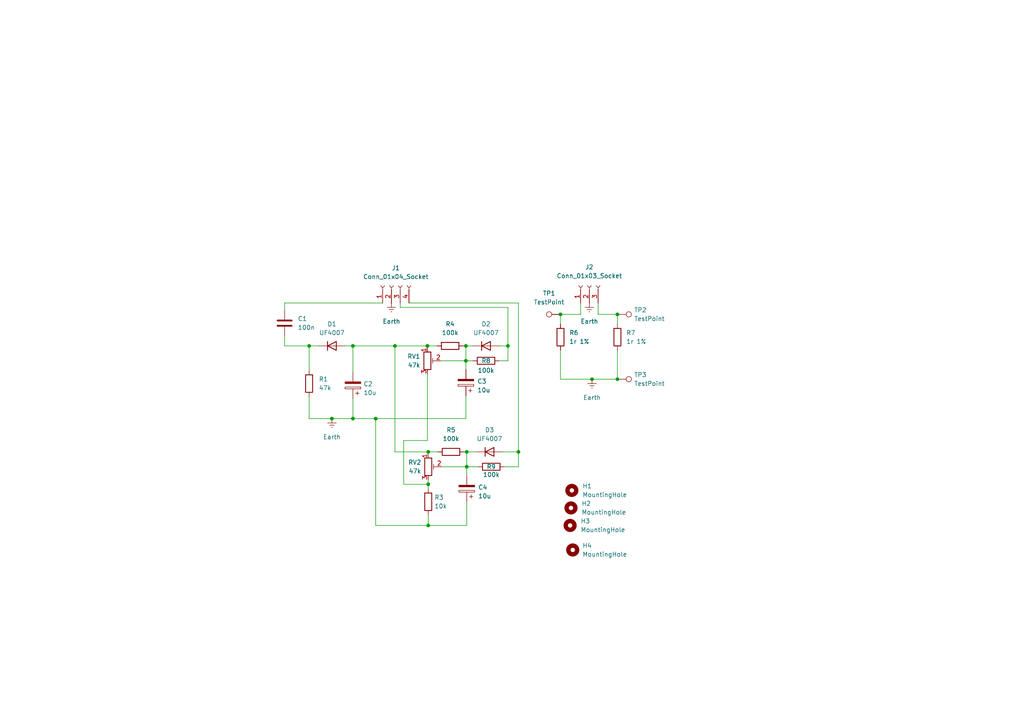
<source format=kicad_sch>
(kicad_sch (version 20231120) (generator "eeschema") (generator_version "8.0")
  (paper "A4")
  (lib_symbols
    (symbol "Connector:Conn_01x03_Socket" (pin_names (offset 1.016) hide)
      (property "Reference" "J" (at 0 5.08 0))
      (property "Value" "Conn_01x03_Socket" (at 0 -5.08 0))
      (symbol "Conn_01x03_Socket_1_1"
        (arc (start 0 -2.032) (mid -0.5058 -2.54) (end 0 -3.048) (stroke (width 0.1524)))
        (polyline (pts (xy -1.27 -2.54) (xy -0.508 -2.54)) (stroke (width 0.1524)))
        (polyline (pts (xy -1.27 0) (xy -0.508 0)) (stroke (width 0.1524)))
        (polyline (pts (xy -1.27 2.54) (xy -0.508 2.54)) (stroke (width 0.1524)))
        (arc (start 0 0.508) (mid -0.5058 0) (end 0 -0.508) (stroke (width 0.1524)))
        (arc (start 0 3.048) (mid -0.5058 2.54) (end 0 2.032) (stroke (width 0.1524)))
        (pin passive line (at -5.08 2.54 0) (length 3.81) (name "Pin_1") (number "1"))
        (pin passive line (at -5.08 0 0) (length 3.81) (name "Pin_2") (number "2"))
        (pin passive line (at -5.08 -2.54 0) (length 3.81) (name "Pin_3") (number "3"))
      )
    )
    (symbol "Connector:Conn_01x04_Socket" (pin_names (offset 1.016) hide)
      (property "Reference" "J" (at 0 5.08 0))
      (property "Value" "Conn_01x04_Socket" (at 0 -7.62 0))
      (symbol "Conn_01x04_Socket_1_1"
        (arc (start 0 -4.572) (mid -0.5058 -5.08) (end 0 -5.588) (stroke (width 0.1524)))
        (arc (start 0 -2.032) (mid -0.5058 -2.54) (end 0 -3.048) (stroke (width 0.1524)))
        (polyline (pts (xy -1.27 -5.08) (xy -0.508 -5.08)) (stroke (width 0.1524)))
        (polyline (pts (xy -1.27 -2.54) (xy -0.508 -2.54)) (stroke (width 0.1524)))
        (polyline (pts (xy -1.27 0) (xy -0.508 0)) (stroke (width 0.1524)))
        (polyline (pts (xy -1.27 2.54) (xy -0.508 2.54)) (stroke (width 0.1524)))
        (arc (start 0 0.508) (mid -0.5058 0) (end 0 -0.508) (stroke (width 0.1524)))
        (arc (start 0 3.048) (mid -0.5058 2.54) (end 0 2.032) (stroke (width 0.1524)))
        (pin passive line (at -5.08 2.54 0) (length 3.81) (name "Pin_1") (number "1"))
        (pin passive line (at -5.08 0 0) (length 3.81) (name "Pin_2") (number "2"))
        (pin passive line (at -5.08 -2.54 0) (length 3.81) (name "Pin_3") (number "3"))
        (pin passive line (at -5.08 -5.08 0) (length 3.81) (name "Pin_4") (number "4"))
      )
    )
    (symbol "Connector:TestPoint" (pin_numbers hide) (pin_names (offset 0.762) hide)
      (property "Reference" "TP" (at 0 6.858 0))
      (property "Value" "TestPoint" (at 0 5.08 0))
      (symbol "TestPoint_0_1"
        (circle (center 0 3.302) (radius 0.762))
      )
      (symbol "TestPoint_1_1"
        (pin passive line (at 0 0 90) (length 2.54) (name "1") (number "1"))
      )
    )
    (symbol "Device:C" (pin_numbers hide) (pin_names (offset 0.254))
      (property "Reference" "C" (at 0.635 2.54 0))
      (property "Value" "C" (at 0.635 -2.54 0))
      (symbol "C_0_1"
        (polyline (pts (xy -2.032 -0.762) (xy 2.032 -0.762)) (stroke (width 0.508)))
        (polyline (pts (xy -2.032 0.762) (xy 2.032 0.762)) (stroke (width 0.508)))
      )
      (symbol "C_1_1"
        (pin passive line (at 0 3.81 270) (length 2.794) (name "~") (number "1"))
        (pin passive line (at 0 -3.81 90) (length 2.794) (name "~") (number "2"))
      )
    )
    (symbol "Device:C_Polarized" (pin_numbers hide) (pin_names (offset 0.254))
      (property "Reference" "C" (at 0.635 2.54 0))
      (property "Value" "C_Polarized" (at 0.635 -2.54 0))
      (symbol "C_Polarized_0_1"
        (rectangle (start -2.286 0.508) (end 2.286 1.016))
        (polyline (pts (xy -1.778 2.286) (xy -0.762 2.286)))
        (polyline (pts (xy -1.27 2.794) (xy -1.27 1.778)))
        (rectangle (start 2.286 -0.508) (end -2.286 -1.016) (fill (type outline)))
      )
      (symbol "C_Polarized_1_1"
        (pin passive line (at 0 3.81 270) (length 2.794) (name "~") (number "1"))
        (pin passive line (at 0 -3.81 90) (length 2.794) (name "~") (number "2"))
      )
    )
    (symbol "Device:D" (pin_numbers hide) (pin_names (offset 1.016) hide)
      (property "Reference" "D" (at 0 2.54 0))
      (property "Value" "D" (at 0 -2.54 0))
      (symbol "D_0_1"
        (polyline (pts (xy -1.27 1.27) (xy -1.27 -1.27)) (stroke (width 0.254)))
        (polyline (pts (xy 1.27 0) (xy -1.27 0)))
        (polyline (pts (xy 1.27 1.27) (xy 1.27 -1.27) (xy -1.27 0) (xy 1.27 1.27)) (stroke (width 0.254)))
      )
      (symbol "D_1_1"
        (pin passive line (at -3.81 0 0) (length 2.54) (name "K") (number "1"))
        (pin passive line (at 3.81 0 180) (length 2.54) (name "A") (number "2"))
      )
    )
    (symbol "Device:R" (pin_numbers hide) (pin_names (offset 0))
      (property "Reference" "R" (at 2.032 0 90))
      (property "Value" "R" (at 0 0 90))
      (symbol "R_0_1"
        (rectangle (start -1.016 -2.54) (end 1.016 2.54) (stroke (width 0.254)))
      )
      (symbol "R_1_1"
        (pin passive line (at 0 3.81 270) (length 1.27) (name "~") (number "1"))
        (pin passive line (at 0 -3.81 90) (length 1.27) (name "~") (number "2"))
      )
    )
    (symbol "Device:R_Potentiometer_Trim" (pin_names (offset 1.016) hide)
      (property "Reference" "RV" (at -4.445 0 90))
      (property "Value" "R_Potentiometer_Trim" (at -2.54 0 90))
      (symbol "R_Potentiometer_Trim_0_1"
        (polyline (pts (xy 1.524 0.762) (xy 1.524 -0.762)))
        (polyline (pts (xy 2.54 0) (xy 1.524 0)))
        (rectangle (start 1.016 2.54) (end -1.016 -2.54) (stroke (width 0.254)))
      )
      (symbol "R_Potentiometer_Trim_1_1"
        (pin passive line (at 0 3.81 270) (length 1.27) (name "1") (number "1"))
        (pin passive line (at 3.81 0 180) (length 1.27) (name "2") (number "2"))
        (pin passive line (at 0 -3.81 90) (length 1.27) (name "3") (number "3"))
      )
    )
    (symbol "Mechanical:MountingHole" (pin_names (offset 1.016)) (exclude_from_sim yes) (in_bom no)
      (property "Reference" "H" (at 0 5.08 0))
      (property "Value" "MountingHole" (at 0 3.175 0))
      (symbol "MountingHole_0_1"
        (circle (center 0 0) (radius 1.27) (stroke (width 1.27)))
      )
    )
    (symbol "power:Earth" (power) (pin_numbers hide) (pin_names (offset 0) hide)
      (property "Value" "Earth" (at 0 -3.81 0))
      (symbol "Earth_0_1"
        (polyline (pts (xy -0.635 -1.905) (xy 0.635 -1.905)))
        (polyline (pts (xy -0.127 -2.54) (xy 0.127 -2.54)))
        (polyline (pts (xy 0 -1.27) (xy 0 0)))
        (polyline (pts (xy 1.27 -1.27) (xy -1.27 -1.27)))
      )
      (symbol "Earth_1_1"
        (pin power_in line (at 0 0 270) (length 0) (name "~") (number "1"))
      )
    )
  )
  (junction (at 135.128 104.648))
  (junction (at 102.362 100.33))
  (junction (at 108.966 121.412))
  (junction (at 135.128 100.33))
  (junction (at 171.704 109.982))
  (junction (at 114.554 100.33))
  (junction (at 179.07 91.186))
  (junction (at 96.266 121.412))
  (junction (at 89.662 100.33))
  (junction (at 124.206 152.4))
  (junction (at 123.952 100.33))
  (junction (at 124.206 131.064))
  (junction (at 135.382 135.382))
  (junction (at 162.56 91.186))
  (junction (at 147.32 100.33))
  (junction (at 135.382 131.064))
  (junction (at 150.368 131.064))
  (junction (at 102.362 121.412))
  (junction (at 179.07 109.982))
  (junction (at 124.206 140.462))
  (wire (pts (xy 135.128 100.33) (xy 137.16 100.33)))
  (wire (pts (xy 102.362 100.33) (xy 114.554 100.33)))
  (wire (pts (xy 144.78 104.648) (xy 147.32 104.648)))
  (wire (pts (xy 135.382 131.064) (xy 135.382 135.382)))
  (wire (pts (xy 147.32 100.33) (xy 147.32 89.154)))
  (wire (pts (xy 150.368 131.064) (xy 150.368 87.884)))
  (wire (pts (xy 82.55 87.884) (xy 82.55 89.916)))
  (wire (pts (xy 102.362 121.412) (xy 108.966 121.412)))
  (wire (pts (xy 100.076 100.33) (xy 102.362 100.33)))
  (wire (pts (xy 179.07 101.6) (xy 179.07 109.982)))
  (wire (pts (xy 171.704 109.982) (xy 179.07 109.982)))
  (wire (pts (xy 123.952 100.33) (xy 123.952 100.838)))
  (wire (pts (xy 150.368 135.382) (xy 146.304 135.382)))
  (wire (pts (xy 89.662 121.412) (xy 96.266 121.412)))
  (wire (pts (xy 123.952 100.33) (xy 126.746 100.33)))
  (wire (pts (xy 102.362 100.33) (xy 102.362 107.95)))
  (wire (pts (xy 123.952 108.458) (xy 123.952 127.762)))
  (wire (pts (xy 89.662 100.33) (xy 89.662 107.442)))
  (wire (pts (xy 82.55 97.536) (xy 82.55 100.33)))
  (wire (pts (xy 96.266 121.412) (xy 102.362 121.412)))
  (wire (pts (xy 114.554 100.33) (xy 114.554 131.064)))
  (wire (pts (xy 135.128 100.33) (xy 135.128 104.648)))
  (wire (pts (xy 135.128 121.412) (xy 135.128 114.808)))
  (wire (pts (xy 135.382 135.382) (xy 138.684 135.382)))
  (wire (pts (xy 144.78 100.33) (xy 147.32 100.33)))
  (wire (pts (xy 117.094 127.762) (xy 117.094 140.462)))
  (wire (pts (xy 114.554 100.33) (xy 123.952 100.33)))
  (wire (pts (xy 124.206 152.4) (xy 108.966 152.4)))
  (wire (pts (xy 124.206 152.4) (xy 124.206 149.352)))
  (wire (pts (xy 147.32 104.648) (xy 147.32 100.33)))
  (wire (pts (xy 135.382 145.542) (xy 135.382 152.4)))
  (wire (pts (xy 162.56 91.186) (xy 162.56 93.98)))
  (wire (pts (xy 162.56 109.982) (xy 171.704 109.982)))
  (wire (pts (xy 128.016 135.382) (xy 135.382 135.382)))
  (wire (pts (xy 124.206 140.462) (xy 124.206 141.732)))
  (wire (pts (xy 124.206 131.064) (xy 127 131.064)))
  (wire (pts (xy 179.07 91.186) (xy 179.07 93.98)))
  (wire (pts (xy 134.366 100.33) (xy 135.128 100.33)))
  (wire (pts (xy 127.762 104.648) (xy 135.128 104.648)))
  (wire (pts (xy 123.952 127.762) (xy 117.094 127.762)))
  (wire (pts (xy 108.966 152.4) (xy 108.966 121.412)))
  (wire (pts (xy 116.078 87.884) (xy 116.078 89.154)))
  (wire (pts (xy 124.206 131.064) (xy 124.206 131.572)))
  (wire (pts (xy 108.966 121.412) (xy 135.128 121.412)))
  (wire (pts (xy 135.382 135.382) (xy 135.382 137.922)))
  (wire (pts (xy 135.128 104.648) (xy 135.128 107.188)))
  (wire (pts (xy 89.662 100.33) (xy 92.456 100.33)))
  (wire (pts (xy 102.362 115.57) (xy 102.362 121.412)))
  (wire (pts (xy 150.368 131.064) (xy 150.368 135.382)))
  (wire (pts (xy 135.382 131.064) (xy 138.176 131.064)))
  (wire (pts (xy 173.482 91.186) (xy 179.07 91.186)))
  (wire (pts (xy 114.554 131.064) (xy 124.206 131.064)))
  (wire (pts (xy 162.56 101.6) (xy 162.56 109.982)))
  (wire (pts (xy 135.128 104.648) (xy 137.16 104.648)))
  (wire (pts (xy 168.402 91.186) (xy 162.56 91.186)))
  (wire (pts (xy 82.55 100.33) (xy 89.662 100.33)))
  (wire (pts (xy 134.62 131.064) (xy 135.382 131.064)))
  (wire (pts (xy 116.078 89.154) (xy 147.32 89.154)))
  (wire (pts (xy 118.618 87.884) (xy 150.368 87.884)))
  (wire (pts (xy 117.094 140.462) (xy 124.206 140.462)))
  (wire (pts (xy 168.402 87.884) (xy 168.402 91.186)))
  (wire (pts (xy 145.796 131.064) (xy 150.368 131.064)))
  (wire (pts (xy 82.55 87.884) (xy 110.998 87.884)))
  (wire (pts (xy 173.482 87.884) (xy 173.482 91.186)))
  (wire (pts (xy 89.662 115.062) (xy 89.662 121.412)))
  (wire (pts (xy 124.206 139.192) (xy 124.206 140.462)))
  (wire (pts (xy 135.382 152.4) (xy 124.206 152.4)))
  (symbol (lib_id "Mechanical:MountingHole") (at 165.608 147.32 0) (unit 1) (exclude_from_sim yes) (in_bom no)
    (property "Reference" "H2" (at 168.656 146.0499 0) (effects (justify left)))
    (property "Value" "MountingHole" (at 168.656 148.5899 0) (effects (justify left)))
    (property "Footprint" "MountingHole:MountingHole_3.2mm_M3" (effects (hide yes)))
    (property "Description" "Mounting Hole without connection" (effects (hide yes)))
  )
  (symbol (lib_id "Device:R_Potentiometer_Trim") (at 123.952 104.648 0) (unit 1)
    (property "Reference" "RV1" (at 121.92 103.3779 0) (effects (justify right)))
    (property "Value" "47k" (at 121.92 105.9179 0) (effects (justify right)))
    (property "Footprint" "Potentiometer_THT:Potentiometer_Bourns_3339P_Vertical" (effects (hide yes)))
    (property "Description" "Trim-potentiometer" (effects (hide yes)))
  )
  (symbol (lib_id "Device:R") (at 179.07 97.79 0) (unit 1)
    (property "Reference" "R7" (at 181.61 96.5199 0) (effects (justify left)))
    (property "Value" "1r 1%" (at 181.61 99.0599 0) (effects (justify left)))
    (property "Footprint" "Resistor_THT:R_Axial_DIN0309_L9.0mm_D3.2mm_P2.54mm_Vertical" (effects (hide yes)))
    (property "Description" "Resistor" (effects (hide yes)))
  )
  (symbol (lib_id "Device:R") (at 142.494 135.382 90) (unit 1)
    (property "Reference" "R9" (at 142.494 135.382 90))
    (property "Value" "100k" (at 142.494 137.668 90))
    (property "Footprint" "Resistor_THT:R_Axial_DIN0309_L9.0mm_D3.2mm_P2.54mm_Vertical" (effects (hide yes)))
    (property "Description" "Resistor" (effects (hide yes)))
  )
  (symbol (lib_id "Device:C_Polarized") (at 102.362 111.76 180) (unit 1)
    (property "Reference" "C2" (at 105.41 111.3789 0) (effects (justify right)))
    (property "Value" "10u" (at 105.41 113.9189 0) (effects (justify right)))
    (property "Footprint" "Capacitor_THT:CP_Radial_D5.0mm_P2.50mm" (effects (hide yes)))
    (property "Description" "Polarized capacitor" (effects (hide yes)))
  )
  (symbol (lib_id "Connector:TestPoint") (at 179.07 109.982 270) (unit 1)
    (property "Reference" "TP3" (at 183.896 108.7119 90) (effects (justify left)))
    (property "Value" "TestPoint" (at 183.896 111.2519 90) (effects (justify left)))
    (property "Footprint" "TestPoint:TestPoint_Keystone_5005-5009_Compact" (effects (hide yes)))
    (property "Description" "test point" (effects (hide yes)))
  )
  (symbol (lib_id "Device:C_Polarized") (at 135.382 141.732 180) (unit 1)
    (property "Reference" "C4" (at 138.684 141.3509 0) (effects (justify right)))
    (property "Value" "10u" (at 138.684 143.8909 0) (effects (justify right)))
    (property "Footprint" "Capacitor_THT:CP_Radial_D5.0mm_P2.50mm" (effects (hide yes)))
    (property "Description" "Polarized capacitor" (effects (hide yes)))
  )
  (symbol (lib_id "Connector:TestPoint") (at 162.56 91.186 90) (unit 1)
    (property "Reference" "TP1" (at 159.258 85.09 90))
    (property "Value" "TestPoint" (at 159.258 87.63 90))
    (property "Footprint" "TestPoint:TestPoint_Keystone_5005-5009_Compact" (effects (hide yes)))
    (property "Description" "test point" (effects (hide yes)))
  )
  (symbol (lib_id "Mechanical:MountingHole") (at 166.116 159.512 0) (unit 1) (exclude_from_sim yes) (in_bom no)
    (property "Reference" "H4" (at 168.91 158.2419 0) (effects (justify left)))
    (property "Value" "MountingHole" (at 168.91 160.7819 0) (effects (justify left)))
    (property "Footprint" "MountingHole:MountingHole_3.2mm_M3" (effects (hide yes)))
    (property "Description" "Mounting Hole without connection" (effects (hide yes)))
  )
  (symbol (lib_id "power:Earth") (at 171.704 109.982 0) (unit 1)
    (property "Reference" "#PWR04" (effects (hide yes)))
    (property "Value" "Earth" (at 171.704 115.316 0))
    (property "Description" "Power symbol creates a global label with name \"Earth\"" (effects (hide yes)))
  )
  (symbol (lib_id "Mechanical:MountingHole") (at 165.862 142.24 0) (unit 1) (exclude_from_sim yes) (in_bom no)
    (property "Reference" "H1" (at 168.91 140.9699 0) (effects (justify left)))
    (property "Value" "MountingHole" (at 168.91 143.5099 0) (effects (justify left)))
    (property "Footprint" "MountingHole:MountingHole_3.2mm_M3" (effects (hide yes)))
    (property "Description" "Mounting Hole without connection" (effects (hide yes)))
  )
  (symbol (lib_id "Device:R_Potentiometer_Trim") (at 124.206 135.382 0) (unit 1)
    (property "Reference" "RV2" (at 122.174 134.1119 0) (effects (justify right)))
    (property "Value" "47k" (at 122.174 136.6519 0) (effects (justify right)))
    (property "Footprint" "Potentiometer_THT:Potentiometer_Bourns_3339P_Vertical" (effects (hide yes)))
    (property "Description" "Trim-potentiometer" (effects (hide yes)))
  )
  (symbol (lib_id "Device:D") (at 96.266 100.33 0) (unit 1)
    (property "Reference" "D1" (at 96.266 93.98 0))
    (property "Value" "UF4007" (at 96.266 96.52 0))
    (property "Footprint" "Diode_THT:D_DO-35_SOD27_P3.81mm_Vertical_AnodeUp" (effects (hide yes)))
    (property "Description" "Diode" (effects (hide yes)))
    (property "Sim.Device" "D" (effects (hide yes)))
    (property "Sim.Pins" "1=K 2=A" (effects (hide yes)))
  )
  (symbol (lib_id "Connector:TestPoint") (at 179.07 91.186 270) (unit 1)
    (property "Reference" "TP2" (at 183.896 89.9159 90) (effects (justify left)))
    (property "Value" "TestPoint" (at 183.896 92.4559 90) (effects (justify left)))
    (property "Footprint" "TestPoint:TestPoint_Keystone_5005-5009_Compact" (effects (hide yes)))
    (property "Description" "test point" (effects (hide yes)))
  )
  (symbol (lib_id "Mechanical:MountingHole") (at 165.354 152.4 0) (unit 1) (exclude_from_sim yes) (in_bom no)
    (property "Reference" "H3" (at 168.402 151.1299 0) (effects (justify left)))
    (property "Value" "MountingHole" (at 168.402 153.6699 0) (effects (justify left)))
    (property "Footprint" "MountingHole:MountingHole_3.2mm_M3" (effects (hide yes)))
    (property "Description" "Mounting Hole without connection" (effects (hide yes)))
  )
  (symbol (lib_id "Device:D") (at 140.97 100.33 0) (unit 1)
    (property "Reference" "D2" (at 140.97 93.98 0))
    (property "Value" "UF4007" (at 140.97 96.52 0))
    (property "Footprint" "Diode_THT:D_DO-35_SOD27_P3.81mm_Vertical_AnodeUp" (effects (hide yes)))
    (property "Description" "Diode" (effects (hide yes)))
    (property "Sim.Device" "D" (effects (hide yes)))
    (property "Sim.Pins" "1=K 2=A" (effects (hide yes)))
  )
  (symbol (lib_id "Device:R") (at 130.556 100.33 90) (unit 1)
    (property "Reference" "R4" (at 130.556 93.98 90))
    (property "Value" "100k" (at 130.556 96.52 90))
    (property "Footprint" "Resistor_THT:R_Axial_DIN0309_L9.0mm_D3.2mm_P2.54mm_Vertical" (effects (hide yes)))
    (property "Description" "Resistor" (effects (hide yes)))
  )
  (symbol (lib_id "Device:D") (at 141.986 131.064 0) (unit 1)
    (property "Reference" "D3" (at 141.986 124.714 0))
    (property "Value" "UF4007" (at 141.986 127.254 0))
    (property "Footprint" "Diode_THT:D_DO-35_SOD27_P3.81mm_Vertical_AnodeUp" (effects (hide yes)))
    (property "Description" "Diode" (effects (hide yes)))
    (property "Sim.Device" "D" (effects (hide yes)))
    (property "Sim.Pins" "1=K 2=A" (effects (hide yes)))
  )
  (symbol (lib_id "Device:R") (at 162.56 97.79 0) (unit 1)
    (property "Reference" "R6" (at 165.1 96.5199 0) (effects (justify left)))
    (property "Value" "1r 1%" (at 165.1 99.0599 0) (effects (justify left)))
    (property "Footprint" "Resistor_THT:R_Axial_DIN0309_L9.0mm_D3.2mm_P2.54mm_Vertical" (effects (hide yes)))
    (property "Description" "Resistor" (effects (hide yes)))
  )
  (symbol (lib_id "power:Earth") (at 96.266 121.412 0) (unit 1)
    (property "Reference" "#PWR01" (effects (hide yes)))
    (property "Value" "Earth" (at 96.266 126.746 0))
    (property "Description" "Power symbol creates a global label with name \"Earth\"" (effects (hide yes)))
  )
  (symbol (lib_id "Device:C") (at 82.55 93.726 0) (unit 1)
    (property "Reference" "C1" (at 86.36 92.4559 0) (effects (justify left)))
    (property "Value" "100n" (at 86.36 94.9959 0) (effects (justify left)))
    (property "Footprint" "Capacitor_THT:C_Axial_L17.0mm_D7.0mm_P25.00mm_Horizontal" (effects (hide yes)))
    (property "Description" "Unpolarized capacitor" (effects (hide yes)))
  )
  (symbol (lib_id "Device:R") (at 140.97 104.648 90) (unit 1)
    (property "Reference" "R8" (at 140.97 104.648 90))
    (property "Value" "100k" (at 140.97 107.442 90))
    (property "Footprint" "Resistor_THT:R_Axial_DIN0309_L9.0mm_D3.2mm_P2.54mm_Vertical" (effects (hide yes)))
    (property "Description" "Resistor" (effects (hide yes)))
  )
  (symbol (lib_id "power:Earth") (at 113.538 87.884 0) (unit 1)
    (property "Reference" "#PWR02" (effects (hide yes)))
    (property "Value" "Earth" (at 113.538 93.218 0))
    (property "Description" "Power symbol creates a global label with name \"Earth\"" (effects (hide yes)))
  )
  (symbol (lib_id "Connector:Conn_01x03_Socket") (at 170.942 82.804 90) (unit 1)
    (property "Reference" "J2" (at 170.942 77.47 90))
    (property "Value" "Conn_01x03_Socket" (at 170.942 80.01 90))
    (property "Footprint" "Connector_PinSocket_2.54mm:PinSocket_1x03_P2.54mm_Vertical" (effects (hide yes)))
    (property "Description" "Generic connector, single row, 01x03, script generated" (effects (hide yes)))
  )
  (symbol (lib_id "Connector:Conn_01x04_Socket") (at 113.538 82.804 90) (unit 1)
    (property "Reference" "J1" (at 114.808 77.724 90))
    (property "Value" "Conn_01x04_Socket" (at 114.808 80.264 90))
    (property "Footprint" "Connector_PinSocket_2.54mm:PinSocket_1x04_P2.54mm_Vertical" (effects (hide yes)))
    (property "Description" "Generic connector, single row, 01x04, script generated" (effects (hide yes)))
  )
  (symbol (lib_id "Device:R") (at 130.81 131.064 90) (unit 1)
    (property "Reference" "R5" (at 130.81 124.714 90))
    (property "Value" "100k" (at 130.81 127.254 90))
    (property "Footprint" "Resistor_THT:R_Axial_DIN0309_L9.0mm_D3.2mm_P2.54mm_Vertical" (effects (hide yes)))
    (property "Description" "Resistor" (effects (hide yes)))
  )
  (symbol (lib_id "Device:R") (at 89.662 111.252 0) (unit 1)
    (property "Reference" "R1" (at 92.456 109.9819 0) (effects (justify left)))
    (property "Value" "47k" (at 92.456 112.5219 0) (effects (justify left)))
    (property "Footprint" "Resistor_THT:R_Axial_DIN0309_L9.0mm_D3.2mm_P2.54mm_Vertical" (effects (hide yes)))
    (property "Description" "Resistor" (effects (hide yes)))
  )
  (symbol (lib_id "Device:R") (at 124.206 145.542 0) (unit 1)
    (property "Reference" "R3" (at 125.984 144.2719 0) (effects (justify left)))
    (property "Value" "10k" (at 125.984 146.8119 0) (effects (justify left)))
    (property "Footprint" "Resistor_THT:R_Axial_DIN0309_L9.0mm_D3.2mm_P2.54mm_Vertical" (effects (hide yes)))
    (property "Description" "Resistor" (effects (hide yes)))
  )
  (symbol (lib_id "power:Earth") (at 170.942 87.884 0) (unit 1)
    (property "Reference" "#PWR03" (effects (hide yes)))
    (property "Value" "Earth" (at 170.942 93.218 0))
    (property "Description" "Power symbol creates a global label with name \"Earth\"" (effects (hide yes)))
  )
  (symbol (lib_id "Device:C_Polarized") (at 135.128 110.998 180) (unit 1)
    (property "Reference" "C3" (at 138.43 110.6169 0) (effects (justify right)))
    (property "Value" "10u" (at 138.43 113.1569 0) (effects (justify right)))
    (property "Footprint" "Capacitor_THT:CP_Radial_D5.0mm_P2.50mm" (effects (hide yes)))
    (property "Description" "Polarized capacitor" (effects (hide yes)))
  )
)
</source>
